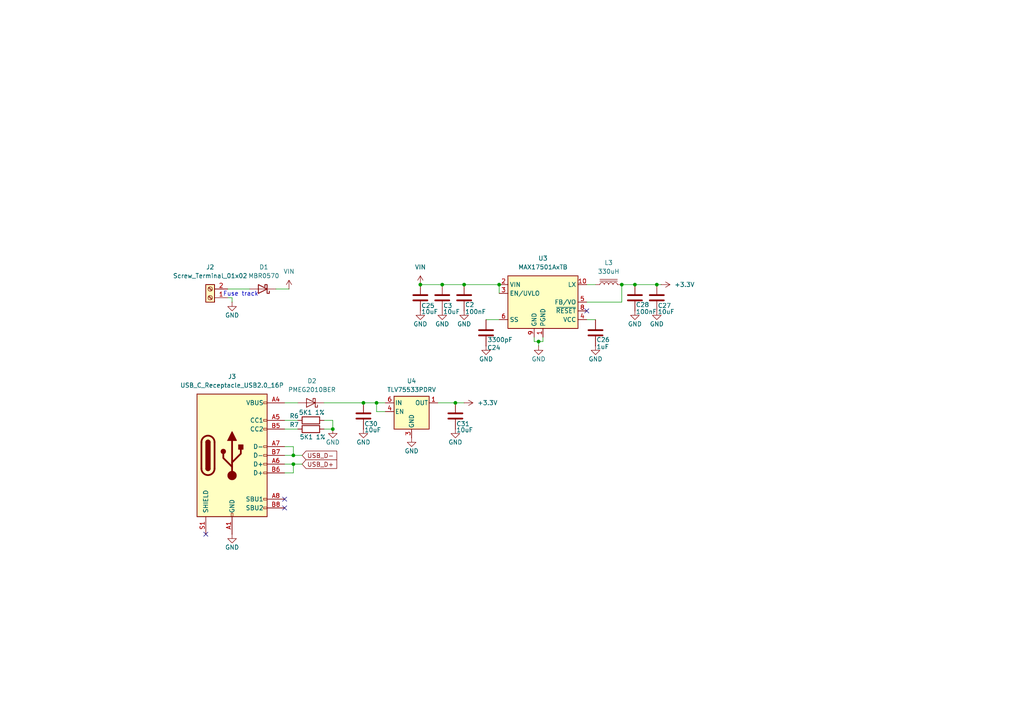
<source format=kicad_sch>
(kicad_sch (version 20231120) (generator "eeschema") (generator_version "8.0")
  (paper "A4")
  (title_block (title "Homekey PCB ESP32C3") (date "2024-07-03") (rev "Rev A"))
  (lib_symbols
    (symbol "Connector:Screw_Terminal_01x02" (pin_names (offset 1.016) hide)
      (property "Reference" "J" (at 0 2.54 0))
      (property "Value" "Screw_Terminal_01x02" (at 0 -5.08 0))
      (symbol "Screw_Terminal_01x02_1_1"
        (rectangle (start -1.27 1.27) (end 1.27 -3.81) (stroke (width 0.254)) (fill (type background)))
        (circle (center 0 -2.54) (radius 0.635) (stroke (width 0.1524)))
        (polyline (pts (xy -0.5334 -2.2098) (xy 0.3302 -3.048)) (stroke (width 0.1524)))
        (polyline (pts (xy -0.5334 0.3302) (xy 0.3302 -0.508)) (stroke (width 0.1524)))
        (polyline (pts (xy -0.3556 -2.032) (xy 0.508 -2.8702)) (stroke (width 0.1524)))
        (polyline (pts (xy -0.3556 0.508) (xy 0.508 -0.3302)) (stroke (width 0.1524)))
        (circle (center 0 0) (radius 0.635) (stroke (width 0.1524)))
        (pin passive line (at -5.08 0 0) (length 3.81) (name "Pin_1") (number "1"))
        (pin passive line (at -5.08 -2.54 0) (length 3.81) (name "Pin_2") (number "2"))
      )
    )
    (symbol "Connector:USB_C_Receptacle_USB2.0_16P" (pin_names (offset 1.016))
      (property "Reference" "J" (at 0 22.225 0))
      (property "Value" "USB_C_Receptacle_USB2.0_16P" (at 0 19.685 0))
      (symbol "USB_C_Receptacle_USB2.0_16P_0_0"
        (rectangle (start -0.254 -17.78) (end 0.254 -16.764))
        (rectangle (start 10.16 -14.986) (end 9.144 -15.494))
        (rectangle (start 10.16 -12.446) (end 9.144 -12.954))
        (rectangle (start 10.16 -4.826) (end 9.144 -5.334))
        (rectangle (start 10.16 -2.286) (end 9.144 -2.794))
        (rectangle (start 10.16 0.254) (end 9.144 -0.254))
        (rectangle (start 10.16 2.794) (end 9.144 2.286))
        (rectangle (start 10.16 7.874) (end 9.144 7.366))
        (rectangle (start 10.16 10.414) (end 9.144 9.906))
        (rectangle (start 10.16 15.494) (end 9.144 14.986))
      )
      (symbol "USB_C_Receptacle_USB2.0_16P_0_1"
        (rectangle (start -10.16 17.78) (end 10.16 -17.78) (stroke (width 0.254)) (fill (type background)))
        (arc (start -8.89 -3.81) (mid -6.985 -5.7067) (end -5.08 -3.81) (stroke (width 0.508)))
        (arc (start -7.62 -3.81) (mid -6.985 -4.4423) (end -6.35 -3.81) (stroke (width 0.254)))
        (arc (start -7.62 -3.81) (mid -6.985 -4.4423) (end -6.35 -3.81) (stroke (width 0.254)) (fill (type outline)))
        (rectangle (start -7.62 -3.81) (end -6.35 3.81) (stroke (width 0.254)) (fill (type outline)))
        (arc (start -6.35 3.81) (mid -6.985 4.4423) (end -7.62 3.81) (stroke (width 0.254)))
        (arc (start -6.35 3.81) (mid -6.985 4.4423) (end -7.62 3.81) (stroke (width 0.254)) (fill (type outline)))
        (arc (start -5.08 3.81) (mid -6.985 5.7067) (end -8.89 3.81) (stroke (width 0.508)))
        (circle (center -2.54 1.143) (radius 0.635) (stroke (width 0.254)) (fill (type outline)))
        (circle (center 0 -5.842) (radius 1.27) (fill (type outline)))
        (polyline (pts (xy -8.89 -3.81) (xy -8.89 3.81)) (stroke (width 0.508)))
        (polyline (pts (xy -5.08 3.81) (xy -5.08 -3.81)) (stroke (width 0.508)))
        (polyline (pts (xy 0 -5.842) (xy 0 4.318)) (stroke (width 0.508)))
        (polyline (pts (xy 0 -3.302) (xy -2.54 -0.762) (xy -2.54 0.508)) (stroke (width 0.508)))
        (polyline (pts (xy 0 -2.032) (xy 2.54 0.508) (xy 2.54 1.778)) (stroke (width 0.508)))
        (polyline (pts (xy -1.27 4.318) (xy 0 6.858) (xy 1.27 4.318) (xy -1.27 4.318)) (stroke (width 0.254)) (fill (type outline)))
        (rectangle (start 1.905 1.778) (end 3.175 3.048) (stroke (width 0.254)) (fill (type outline)))
      )
      (symbol "USB_C_Receptacle_USB2.0_16P_1_1"
        (pin passive line (at 0 -22.86 90) (length 5.08) (name "GND") (number "A1"))
        (pin passive line (at 0 -22.86 90) (length 5.08) hide (name "GND") (number "A12"))
        (pin passive line (at 15.24 15.24 180) (length 5.08) (name "VBUS") (number "A4"))
        (pin bidirectional line (at 15.24 10.16 180) (length 5.08) (name "CC1") (number "A5"))
        (pin bidirectional line (at 15.24 -2.54 180) (length 5.08) (name "D+") (number "A6"))
        (pin bidirectional line (at 15.24 2.54 180) (length 5.08) (name "D-") (number "A7"))
        (pin bidirectional line (at 15.24 -12.7 180) (length 5.08) (name "SBU1") (number "A8"))
        (pin passive line (at 15.24 15.24 180) (length 5.08) hide (name "VBUS") (number "A9"))
        (pin passive line (at 0 -22.86 90) (length 5.08) hide (name "GND") (number "B1"))
        (pin passive line (at 0 -22.86 90) (length 5.08) hide (name "GND") (number "B12"))
        (pin passive line (at 15.24 15.24 180) (length 5.08) hide (name "VBUS") (number "B4"))
        (pin bidirectional line (at 15.24 7.62 180) (length 5.08) (name "CC2") (number "B5"))
        (pin bidirectional line (at 15.24 -5.08 180) (length 5.08) (name "D+") (number "B6"))
        (pin bidirectional line (at 15.24 0 180) (length 5.08) (name "D-") (number "B7"))
        (pin bidirectional line (at 15.24 -15.24 180) (length 5.08) (name "SBU2") (number "B8"))
        (pin passive line (at 15.24 15.24 180) (length 5.08) hide (name "VBUS") (number "B9"))
        (pin passive line (at -7.62 -22.86 90) (length 5.08) (name "SHIELD") (number "S1"))
      )
    )
    (symbol "Device:C" (pin_numbers hide) (pin_names (offset 0.254))
      (property "Reference" "C" (at 0.635 2.54 0))
      (property "Value" "C" (at 0.635 -2.54 0))
      (symbol "C_0_1"
        (polyline (pts (xy -2.032 -0.762) (xy 2.032 -0.762)) (stroke (width 0.508)))
        (polyline (pts (xy -2.032 0.762) (xy 2.032 0.762)) (stroke (width 0.508)))
      )
      (symbol "C_1_1"
        (pin passive line (at 0 3.81 270) (length 2.794) (name "~") (number "1"))
        (pin passive line (at 0 -3.81 90) (length 2.794) (name "~") (number "2"))
      )
    )
    (symbol "Device:L_Iron" (pin_numbers hide) (pin_names (offset 1.016) hide)
      (property "Reference" "L" (at -1.27 0 90))
      (property "Value" "L_Iron" (at 2.794 0 90))
      (symbol "L_Iron_0_1"
        (arc (start 0 -2.54) (mid 0.6323 -1.905) (end 0 -1.27))
        (arc (start 0 -1.27) (mid 0.6323 -0.635) (end 0 0))
        (polyline (pts (xy 1.016 2.54) (xy 1.016 -2.54)))
        (polyline (pts (xy 1.524 -2.54) (xy 1.524 2.54)))
        (arc (start 0 0) (mid 0.6323 0.635) (end 0 1.27))
        (arc (start 0 1.27) (mid 0.6323 1.905) (end 0 2.54))
      )
      (symbol "L_Iron_1_1"
        (pin passive line (at 0 3.81 270) (length 1.27) (name "1") (number "1"))
        (pin passive line (at 0 -3.81 90) (length 1.27) (name "2") (number "2"))
      )
    )
    (symbol "Diode:MBR0570" (pin_numbers hide) (pin_names (offset 1.016) hide)
      (property "Reference" "D" (at 0 2.54 0))
      (property "Value" "MBR0570" (at 0 -2.54 0))
      (symbol "MBR0570_0_1"
        (polyline (pts (xy 1.27 0) (xy -1.27 0)))
        (polyline (pts (xy 1.27 1.27) (xy 1.27 -1.27) (xy -1.27 0) (xy 1.27 1.27)) (stroke (width 0.254)))
        (polyline (pts (xy -1.905 0.635) (xy -1.905 1.27) (xy -1.27 1.27) (xy -1.27 -1.27) (xy -0.635 -1.27) (xy -0.635 -0.635)) (stroke (width 0.254)))
      )
      (symbol "MBR0570_1_1"
        (pin passive line (at -3.81 0 0) (length 2.54) (name "K") (number "1"))
        (pin passive line (at 3.81 0 180) (length 2.54) (name "A") (number "2"))
      )
    )
    (symbol "Diode:PMEG2010BER" (pin_numbers hide) (pin_names hide)
      (property "Reference" "D" (at 0 2.54 0))
      (property "Value" "PMEG2010BER" (at 0 -2.54 0))
      (symbol "PMEG2010BER_0_1"
        (polyline (pts (xy 1.27 0) (xy -1.27 0)))
        (polyline (pts (xy 1.27 1.27) (xy 1.27 -1.27) (xy -1.27 0) (xy 1.27 1.27)) (stroke (width 0.2032)))
        (polyline (pts (xy -1.905 0.635) (xy -1.905 1.27) (xy -1.27 1.27) (xy -1.27 -1.27) (xy -0.635 -1.27) (xy -0.635 -0.635)) (stroke (width 0.2032)))
      )
      (symbol "PMEG2010BER_1_1"
        (pin passive line (at -3.81 0 0) (length 2.54) (name "K") (number "1"))
        (pin passive line (at 3.81 0 180) (length 2.54) (name "A") (number "2"))
      )
    )
    (symbol "PCM_Resistor_AKL:R_0603" (pin_numbers hide) (pin_names (offset 0))
      (property "Reference" "R" (at 2.54 1.27 0))
      (property "Value" "R_0603" (at 2.54 -1.27 0))
      (symbol "R_0603_0_1"
        (rectangle (start -1.016 -2.54) (end 1.016 2.54) (stroke (width 0.254)))
      )
      (symbol "R_0603_1_1"
        (pin passive line (at 0 3.81 270) (length 1.27) (name "~") (number "1"))
        (pin passive line (at 0 -3.81 90) (length 1.27) (name "~") (number "2"))
      )
    )
    (symbol "Regulator_Linear:TLV75533PDRV" (pin_names (offset 0.254))
      (property "Reference" "U" (at -3.81 5.715 0))
      (property "Value" "TLV75533PDRV" (at 0 5.715 0))
      (symbol "TLV75533PDRV_0_1"
        (rectangle (start -5.08 4.445) (end 5.08 -5.08) (stroke (width 0.254)) (fill (type background)))
      )
      (symbol "TLV75533PDRV_1_1"
        (pin power_out line (at 7.62 2.54 180) (length 2.54) (name "OUT") (number "1"))
        (pin no_connect line (at 5.08 0 180) (length 2.54) hide (name "NC") (number "2"))
        (pin power_in line (at 0 -7.62 90) (length 2.54) (name "GND") (number "3"))
        (pin input line (at -7.62 0 0) (length 2.54) (name "EN") (number "4"))
        (pin no_connect line (at 5.08 -2.54 180) (length 2.54) hide (name "NC") (number "5"))
        (pin power_in line (at -7.62 2.54 0) (length 2.54) (name "IN") (number "6"))
        (pin passive line (at 0 -7.62 90) (length 2.54) hide (name "GND") (number "7"))
      )
    )
    (symbol "Regulator_Switching:MAX17501AxTB"
      (property "Reference" "U" (at -8.89 8.89 0))
      (property "Value" "MAX17501AxTB" (at 2.032 8.89 0))
      (symbol "MAX17501AxTB_0_1"
        (rectangle (start -10.16 7.62) (end 10.16 -7.62) (stroke (width 0.254)) (fill (type background)))
      )
      (symbol "MAX17501AxTB_1_1"
        (pin power_in line (at 0 -10.16 90) (length 2.54) (name "PGND") (number "1"))
        (pin power_out line (at 12.7 5.08 180) (length 2.54) (name "LX") (number "10"))
        (pin passive line (at -2.54 -10.16 90) (length 2.54) hide (name "GND") (number "11"))
        (pin power_in line (at -12.7 5.08 0) (length 2.54) (name "VIN") (number "2"))
        (pin input line (at -12.7 2.54 0) (length 2.54) (name "EN/UVLO") (number "3"))
        (pin power_out line (at 12.7 -5.08 180) (length 2.54) (name "VCC") (number "4"))
        (pin input line (at 12.7 0 180) (length 2.54) (name "FB/VO") (number "5"))
        (pin passive line (at -12.7 -5.08 0) (length 2.54) (name "SS") (number "6"))
        (pin no_connect line (at -10.16 -2.54 0) (length 2.54) hide (name "NC") (number "7"))
        (pin open_collector line (at 12.7 -2.54 180) (length 2.54) (name "~{RESET}") (number "8"))
        (pin power_in line (at -2.54 -10.16 90) (length 2.54) (name "GND") (number "9"))
      )
    )
    (symbol "power:+3.3V" (power) (pin_numbers hide) (pin_names (offset 0) hide)
      (property "Value" "+3.3V" (at 0 3.556 0))
      (symbol "+3.3V_0_1"
        (polyline (pts (xy -0.762 1.27) (xy 0 2.54)))
        (polyline (pts (xy 0 0) (xy 0 2.54)))
        (polyline (pts (xy 0 2.54) (xy 0.762 1.27)))
      )
      (symbol "+3.3V_1_1"
        (pin power_in line (at 0 0 90) (length 0) (name "~") (number "1"))
      )
    )
    (symbol "power:GND" (power) (pin_numbers hide) (pin_names (offset 0) hide)
      (property "Value" "GND" (at 0 -3.81 0))
      (symbol "GND_0_1"
        (polyline (pts (xy 0 0) (xy 0 -1.27) (xy 1.27 -1.27) (xy 0 -2.54) (xy -1.27 -1.27) (xy 0 -1.27)))
      )
      (symbol "GND_1_1"
        (pin power_in line (at 0 0 270) (length 0) (name "~") (number "1"))
      )
    )
  )
  (junction (at 144.78 82.55))
  (junction (at 184.15 82.55))
  (junction (at 109.22 116.84))
  (junction (at 85.09 132.08))
  (junction (at 132.08 116.84))
  (junction (at 156.21 99.06))
  (junction (at 85.09 134.62))
  (junction (at 134.62 82.55))
  (junction (at 96.52 124.46))
  (junction (at 190.5 82.55))
  (junction (at 180.34 82.55))
  (junction (at 128.27 82.55))
  (junction (at 121.92 82.55))
  (junction (at 105.41 116.84))
  (no_connect (at 82.55 147.32))
  (no_connect (at 82.55 144.78))
  (no_connect (at 170.18 90.17))
  (no_connect (at 59.69 154.94))
  (wire (pts (xy 96.52 121.92) (xy 96.52 124.46)))
  (wire (pts (xy 82.55 137.16) (xy 85.09 137.16)))
  (wire (pts (xy 121.92 82.55) (xy 128.27 82.55)))
  (wire (pts (xy 170.18 92.71) (xy 172.72 92.71)))
  (wire (pts (xy 85.09 132.08) (xy 82.55 132.08)))
  (wire (pts (xy 109.22 116.84) (xy 111.76 116.84)))
  (wire (pts (xy 111.76 119.38) (xy 109.22 119.38)))
  (wire (pts (xy 66.04 86.36) (xy 67.31 86.36)))
  (wire (pts (xy 67.31 86.36) (xy 67.31 87.63)))
  (wire (pts (xy 82.55 121.92) (xy 86.36 121.92)))
  (wire (pts (xy 80.01 83.82) (xy 83.82 83.82)))
  (wire (pts (xy 82.55 129.54) (xy 85.09 129.54)))
  (wire (pts (xy 157.48 97.79) (xy 157.48 99.06)))
  (wire (pts (xy 87.63 132.08) (xy 85.09 132.08)))
  (wire (pts (xy 85.09 129.54) (xy 85.09 132.08)))
  (wire (pts (xy 180.34 82.55) (xy 184.15 82.55)))
  (wire (pts (xy 82.55 124.46) (xy 86.36 124.46)))
  (wire (pts (xy 157.48 99.06) (xy 156.21 99.06)))
  (wire (pts (xy 93.98 124.46) (xy 96.52 124.46)))
  (wire (pts (xy 82.55 116.84) (xy 86.36 116.84)))
  (wire (pts (xy 109.22 116.84) (xy 109.22 119.38)))
  (wire (pts (xy 170.18 82.55) (xy 172.72 82.55)))
  (wire (pts (xy 85.09 134.62) (xy 82.55 134.62)))
  (wire (pts (xy 93.98 121.92) (xy 96.52 121.92)))
  (wire (pts (xy 66.04 83.82) (xy 72.39 83.82)))
  (wire (pts (xy 140.97 92.71) (xy 144.78 92.71)))
  (wire (pts (xy 127 116.84) (xy 132.08 116.84)))
  (wire (pts (xy 87.63 134.62) (xy 85.09 134.62)))
  (wire (pts (xy 105.41 116.84) (xy 109.22 116.84)))
  (wire (pts (xy 128.27 82.55) (xy 134.62 82.55)))
  (wire (pts (xy 144.78 82.55) (xy 144.78 85.09)))
  (wire (pts (xy 93.98 116.84) (xy 105.41 116.84)))
  (wire (pts (xy 85.09 137.16) (xy 85.09 134.62)))
  (wire (pts (xy 190.5 82.55) (xy 191.77 82.55)))
  (wire (pts (xy 134.62 116.84) (xy 132.08 116.84)))
  (wire (pts (xy 184.15 82.55) (xy 190.5 82.55)))
  (wire (pts (xy 180.34 87.63) (xy 180.34 82.55)))
  (wire (pts (xy 154.94 99.06) (xy 154.94 97.79)))
  (wire (pts (xy 156.21 100.33) (xy 156.21 99.06)))
  (wire (pts (xy 170.18 87.63) (xy 180.34 87.63)))
  (wire (pts (xy 134.62 82.55) (xy 144.78 82.55)))
  (wire (pts (xy 156.21 99.06) (xy 154.94 99.06)))
  (text "Fuse track" (at 69.85 85.344 0) (effects (font (size 1.27 1.27))))
  (global_label "USB_D+" (shape input) (at 87.63 134.62 0) (property "Intersheetrefs" "${INTERSHEET_REFS}" (effects (hide yes))))
  (global_label "USB_D-" (shape input) (at 87.63 132.08 0) (property "Intersheetrefs" "${INTERSHEET_REFS}" (effects (hide yes))))
  (symbol (lib_id "Device:L_Iron") (at 176.53 82.55 90) (unit 1)
    (property "Reference" "L3" (at 176.53 76.2 90))
    (property "Value" "330uH" (at 176.53 78.74 90))
    (property "Footprint" "Inductor_SMD:L_Bourns_SRN6045TA" (effects (hide yes)))
    (property "Description" "Inductor with iron core" (effects (hide yes)))
    (property "Mouser" "https://www.mouser.it/ProductDetail/Bourns/SRN6045HA-330M?qs=e8oIoAS2J1TlMwbaFs1caA%3D%3D" (effects (hide yes)))
    (property "PN" "SRN6045HA-330M " (effects (hide yes)))
  )
  (symbol (lib_id "power:GND") (at 119.38 127 0) (unit 1)
    (property "Reference" "#PWR036" (effects (hide yes)))
    (property "Value" "GND" (at 119.38 130.81 0))
    (property "Description" "Power symbol creates a global label with name \"GND\" , ground" (effects (hide yes)))
  )
  (symbol (lib_id "power:GND") (at 172.72 100.33 0) (unit 1)
    (property "Reference" "#PWR027" (effects (hide yes)))
    (property "Value" "GND" (at 172.72 104.14 0))
    (property "Description" "Power symbol creates a global label with name \"GND\" , ground" (effects (hide yes)))
  )
  (symbol (lib_id "power:GND") (at 67.31 87.63 0) (unit 1)
    (property "Reference" "#PWR032" (effects (hide yes)))
    (property "Value" "GND" (at 67.31 91.44 0))
    (property "Description" "Power symbol creates a global label with name \"GND\" , ground" (effects (hide yes)))
  )
  (symbol (lib_id "Device:C") (at 105.41 120.65 0) (unit 1)
    (property "Reference" "C30" (at 105.664 122.936 0) (effects (justify left)))
    (property "Value" "10uF" (at 105.664 124.714 0) (effects (justify left)))
    (property "Footprint" "Capacitor_SMD:C_0805_2012Metric" (effects (hide yes)))
    (property "Description" "Unpolarized capacitor" (effects (hide yes)))
  )
  (symbol (lib_id "Regulator_Switching:MAX17501AxTB") (at 157.48 87.63 0) (unit 1)
    (property "Reference" "U3" (at 157.48 74.93 0))
    (property "Value" "MAX17501AxTB" (at 157.48 77.47 0))
    (property "Footprint" "Package_DFN_QFN:TDFN-10-1EP_2x3mm_P0.5mm_EP0.9x2mm" (effects (hide yes)))
    (property "Datasheet" "https://datasheets.maximintegrated.com/en/ds/MAX17501.pdf" (effects (hide yes)))
    (property "Description" "4.5V–60Vin, 500mA, High-Efficiency, 3.3V Synchronous Step-Down DC-DC Converter, PFM Mode, TDFN-10" (effects (hide yes)))
  )
  (symbol (lib_id "power:+3.3V") (at 191.77 82.55 270) (unit 1)
    (property "Reference" "#PWR028" (effects (hide yes)))
    (property "Value" "+3.3V" (at 195.58 82.5499 90) (effects (justify left)))
    (property "Description" "Power symbol creates a global label with name \"+3.3V\"" (effects (hide yes)))
  )
  (symbol (lib_id "PCM_Resistor_AKL:R_0603") (at 90.17 121.92 90) (unit 1)
    (property "Reference" "R6" (at 85.344 120.65 90))
    (property "Value" "5K1 1%" (at 90.424 119.634 90))
    (property "Footprint" "Resistor_SMD_AKL:R_0603_1608Metric" (effects (hide yes)))
    (property "Datasheet" "https://www.mouser.co.uk/ProductDetail/603-RC0603FR-105K1L" (effects (hide yes)))
    (property "Note" "0603" (effects (hide yes)))
    (property "Part No" "RC0603FR-105K1L" (effects (hide yes)))
    (property "Manufacturer" "YAGEO" (effects (hide yes)))
  )
  (symbol (lib_id "Connector:Screw_Terminal_01x02") (at 60.96 86.36 180) (unit 1)
    (property "Reference" "J2" (at 60.96 77.47 0))
    (property "Value" "Screw_Terminal_01x02" (at 60.96 80.01 0))
    (property "Footprint" "TerminalBlock_Phoenix:TerminalBlock_Phoenix_MPT-0,5-2-2.54_1x02_P2.54mm_Horizontal" (effects (hide yes)))
    (property "Description" "Generic screw terminal, single row, 01x02, script generated (kicad-library-utils/schlib/autogen/connector/)" (effects (hide yes)))
  )
  (symbol (lib_id "Device:C") (at 121.92 86.36 0) (unit 1)
    (property "Reference" "C25" (at 122.174 88.646 0) (effects (justify left)))
    (property "Value" "10uF" (at 122.174 90.424 0) (effects (justify left)))
    (property "Footprint" "Capacitor_SMD:C_0805_2012Metric" (effects (hide yes)))
    (property "Description" "Unpolarized capacitor" (effects (hide yes)))
  )
  (symbol (lib_id "power:GND") (at 121.92 90.17 0) (unit 1)
    (property "Reference" "#PWR026" (effects (hide yes)))
    (property "Value" "GND" (at 121.92 93.98 0))
    (property "Description" "Power symbol creates a global label with name \"GND\" , ground" (effects (hide yes)))
  )
  (symbol (lib_id "Diode:MBR0570") (at 76.2 83.82 180) (unit 1)
    (property "Reference" "D1" (at 76.5175 77.47 0))
    (property "Value" "MBR0570" (at 76.5175 80.01 0))
    (property "Footprint" "Fuse:Fuseholder_Littelfuse_Nano2_157x" (effects (hide yes)))
    (property "Datasheet" "http://www.mccsemi.com/up_pdf/MBR0520~MBR0580(SOD123).pdf" (effects (hide yes)))
    (property "Description" "70V 0.5A Schottky Power Rectifier Diode, SOD-123" (effects (hide yes)))
  )
  (symbol (lib_id "power:+3.3V") (at 83.82 83.82 0) (unit 1)
    (property "Reference" "#PWR034" (effects (hide yes)))
    (property "Value" "VIN" (at 83.82 78.74 0))
    (property "Description" "Power symbol creates a global label with name \"+3.3V\"" (effects (hide yes)))
  )
  (symbol (lib_id "power:GND") (at 190.5 90.17 0) (unit 1)
    (property "Reference" "#PWR030" (effects (hide yes)))
    (property "Value" "GND" (at 190.5 93.98 0))
    (property "Description" "Power symbol creates a global label with name \"GND\" , ground" (effects (hide yes)))
  )
  (symbol (lib_id "power:GND") (at 132.08 124.46 0) (unit 1)
    (property "Reference" "#PWR038" (effects (hide yes)))
    (property "Value" "GND" (at 132.08 128.27 0))
    (property "Description" "Power symbol creates a global label with name \"GND\" , ground" (effects (hide yes)))
  )
  (symbol (lib_id "Device:C") (at 140.97 96.52 180) (unit 1)
    (property "Reference" "C24" (at 143.256 100.838 0))
    (property "Value" "3300pF" (at 145.034 98.552 0))
    (property "Footprint" "Capacitor_SMD:C_0603_1608Metric" (effects (hide yes)))
    (property "Datasheet" "https://www.mouser.co.uk/ProductDetail/77-VJ0603A102GXAPBC" (effects (hide yes)))
    (property "Note" "0603" (effects (hide yes)))
    (property "Part No" "VJ0603A102GXAPW1BC" (effects (hide yes)))
    (property "Manufacturer" "Vishay / Vitramon" (effects (hide yes)))
  )
  (symbol (lib_id "power:GND") (at 96.52 124.46 0) (unit 1)
    (property "Reference" "#PWR035" (effects (hide yes)))
    (property "Value" "GND" (at 96.52 128.27 0))
    (property "Description" "Power symbol creates a global label with name \"GND\" , ground" (effects (hide yes)))
  )
  (symbol (lib_id "Device:C") (at 190.5 86.36 0) (unit 1)
    (property "Reference" "C27" (at 190.754 88.646 0) (effects (justify left)))
    (property "Value" "10uF" (at 190.754 90.424 0) (effects (justify left)))
    (property "Footprint" "Capacitor_SMD:C_0805_2012Metric" (effects (hide yes)))
    (property "Description" "Unpolarized capacitor" (effects (hide yes)))
  )
  (symbol (lib_id "power:GND") (at 128.27 90.17 0) (unit 1)
    (property "Reference" "#PWR023" (effects (hide yes)))
    (property "Value" "GND" (at 128.27 93.98 0))
    (property "Description" "Power symbol creates a global label with name \"GND\" , ground" (effects (hide yes)))
  )
  (symbol (lib_id "power:GND") (at 184.15 90.17 0) (unit 1)
    (property "Reference" "#PWR029" (effects (hide yes)))
    (property "Value" "GND" (at 184.15 93.98 0))
    (property "Description" "Power symbol creates a global label with name \"GND\" , ground" (effects (hide yes)))
  )
  (symbol (lib_id "Connector:USB_C_Receptacle_USB2.0_16P") (at 67.31 132.08 0) (unit 1)
    (property "Reference" "J3" (at 67.31 109.22 0))
    (property "Value" "USB_C_Receptacle_USB2.0_16P" (at 67.31 111.76 0))
    (property "Footprint" "Connector_USB:USB_C_Receptacle_GCT_USB4110" (effects (hide yes)))
    (property "Datasheet" "https://www.usb.org/sites/default/files/documents/usb_type-c.zip" (effects (hide yes)))
    (property "Description" "USB 2.0-only 16P Type-C Receptacle connector" (effects (hide yes)))
  )
  (symbol (lib_id "Device:C") (at 172.72 96.52 180) (unit 1)
    (property "Reference" "C26" (at 172.974 98.552 0) (effects (justify right)))
    (property "Value" "1uF" (at 172.974 100.584 0) (effects (justify right)))
    (property "Footprint" "Capacitor_SMD:C_0603_1608Metric" (effects (hide yes)))
    (property "Description" "Unpolarized capacitor" (effects (hide yes)))
  )
  (symbol (lib_id "power:GND") (at 134.62 90.17 0) (unit 1)
    (property "Reference" "#PWR022" (effects (hide yes)))
    (property "Value" "GND" (at 134.62 93.98 0))
    (property "Description" "Power symbol creates a global label with name \"GND\" , ground" (effects (hide yes)))
  )
  (symbol (lib_id "power:+3.3V") (at 121.92 82.55 0) (unit 1)
    (property "Reference" "#PWR031" (effects (hide yes)))
    (property "Value" "VIN" (at 121.92 77.47 0))
    (property "Description" "Power symbol creates a global label with name \"+3.3V\"" (effects (hide yes)))
  )
  (symbol (lib_id "Device:C") (at 184.15 86.36 180) (unit 1)
    (property "Reference" "C28" (at 184.404 88.392 0) (effects (justify right)))
    (property "Value" "100nF" (at 184.404 90.424 0) (effects (justify right)))
    (property "Footprint" "Capacitor_SMD:C_0603_1608Metric" (effects (hide yes)))
    (property "Description" "Unpolarized capacitor" (effects (hide yes)))
  )
  (symbol (lib_id "Device:C") (at 132.08 120.65 0) (unit 1)
    (property "Reference" "C31" (at 132.334 122.936 0) (effects (justify left)))
    (property "Value" "10uF" (at 132.334 124.714 0) (effects (justify left)))
    (property "Footprint" "Capacitor_SMD:C_0805_2012Metric" (effects (hide yes)))
    (property "Description" "Unpolarized capacitor" (effects (hide yes)))
  )
  (symbol (lib_id "Device:C") (at 128.27 86.36 0) (unit 1)
    (property "Reference" "C3" (at 128.524 88.646 0) (effects (justify left)))
    (property "Value" "10uF" (at 128.524 90.424 0) (effects (justify left)))
    (property "Footprint" "Capacitor_SMD:C_0805_2012Metric" (effects (hide yes)))
    (property "Description" "Unpolarized capacitor" (effects (hide yes)))
  )
  (symbol (lib_id "power:GND") (at 156.21 100.33 0) (unit 1)
    (property "Reference" "#PWR025" (effects (hide yes)))
    (property "Value" "GND" (at 156.21 104.14 0))
    (property "Description" "Power symbol creates a global label with name \"GND\" , ground" (effects (hide yes)))
  )
  (symbol (lib_id "power:GND") (at 140.97 100.33 0) (unit 1)
    (property "Reference" "#PWR024" (effects (hide yes)))
    (property "Value" "GND" (at 140.97 104.14 0))
    (property "Description" "Power symbol creates a global label with name \"GND\" , ground" (effects (hide yes)))
  )
  (symbol (lib_id "PCM_Resistor_AKL:R_0603") (at 90.17 124.46 90) (unit 1)
    (property "Reference" "R7" (at 85.344 123.19 90))
    (property "Value" "5K1 1%" (at 90.678 126.746 90))
    (property "Footprint" "Resistor_SMD_AKL:R_0603_1608Metric" (effects (hide yes)))
    (property "Datasheet" "https://www.mouser.co.uk/ProductDetail/603-RC0603FR-105K1L" (effects (hide yes)))
    (property "Note" "0603" (effects (hide yes)))
    (property "Part No" "RC0603FR-105K1L" (effects (hide yes)))
    (property "Manufacturer" "YAGEO" (effects (hide yes)))
  )
  (symbol (lib_id "power:+3.3V") (at 134.62 116.84 270) (unit 1)
    (property "Reference" "#PWR039" (effects (hide yes)))
    (property "Value" "+3.3V" (at 138.43 116.8399 90) (effects (justify left)))
    (property "Description" "Power symbol creates a global label with name \"+3.3V\"" (effects (hide yes)))
  )
  (symbol (lib_id "Diode:PMEG2010BER") (at 90.17 116.84 180) (unit 1)
    (property "Reference" "D2" (at 90.4875 110.49 0))
    (property "Value" "PMEG2010BER" (at 90.4875 113.03 0))
    (property "Footprint" "Diode_SMD:Nexperia_CFP3_SOD-123W" (effects (hide yes)))
    (property "Datasheet" "https://assets.nexperia.com/documents/data-sheet/PMEG2010BER.pdf" (effects (hide yes)))
    (property "Description" "20V, 1A low Vf MEGA Schottky barrier rectifier, SOD-123W" (effects (hide yes)))
  )
  (symbol (lib_id "power:GND") (at 67.31 154.94 0) (unit 1)
    (property "Reference" "#PWR040" (effects (hide yes)))
    (property "Value" "GND" (at 67.31 158.75 0))
    (property "Description" "Power symbol creates a global label with name \"GND\" , ground" (effects (hide yes)))
  )
  (symbol (lib_id "power:GND") (at 105.41 124.46 0) (unit 1)
    (property "Reference" "#PWR037" (effects (hide yes)))
    (property "Value" "GND" (at 105.41 128.27 0))
    (property "Description" "Power symbol creates a global label with name \"GND\" , ground" (effects (hide yes)))
  )
  (symbol (lib_id "Device:C") (at 134.62 86.36 180) (unit 1)
    (property "Reference" "C2" (at 134.874 88.392 0) (effects (justify right)))
    (property "Value" "100nF" (at 134.874 90.424 0) (effects (justify right)))
    (property "Footprint" "Capacitor_SMD:C_0603_1608Metric" (effects (hide yes)))
    (property "Description" "Unpolarized capacitor" (effects (hide yes)))
  )
  (symbol (lib_id "Regulator_Linear:TLV75533PDRV") (at 119.38 119.38 0) (unit 1)
    (property "Reference" "U4" (at 119.38 110.49 0))
    (property "Value" "TLV75533PDRV" (at 119.38 113.03 0))
    (property "Footprint" "Package_SON:WSON-6-1EP_2x2mm_P0.65mm_EP1x1.6mm" (effects (hide yes)))
    (property "Datasheet" "http://www.ti.com/lit/ds/symlink/tlv755p.pdf" (effects (hide yes)))
    (property "Description" "500mA Low Dropout Voltage Regulator, Fixed Output 3.3V, WSON6" (effects (hide yes)))
  )
)
</source>
